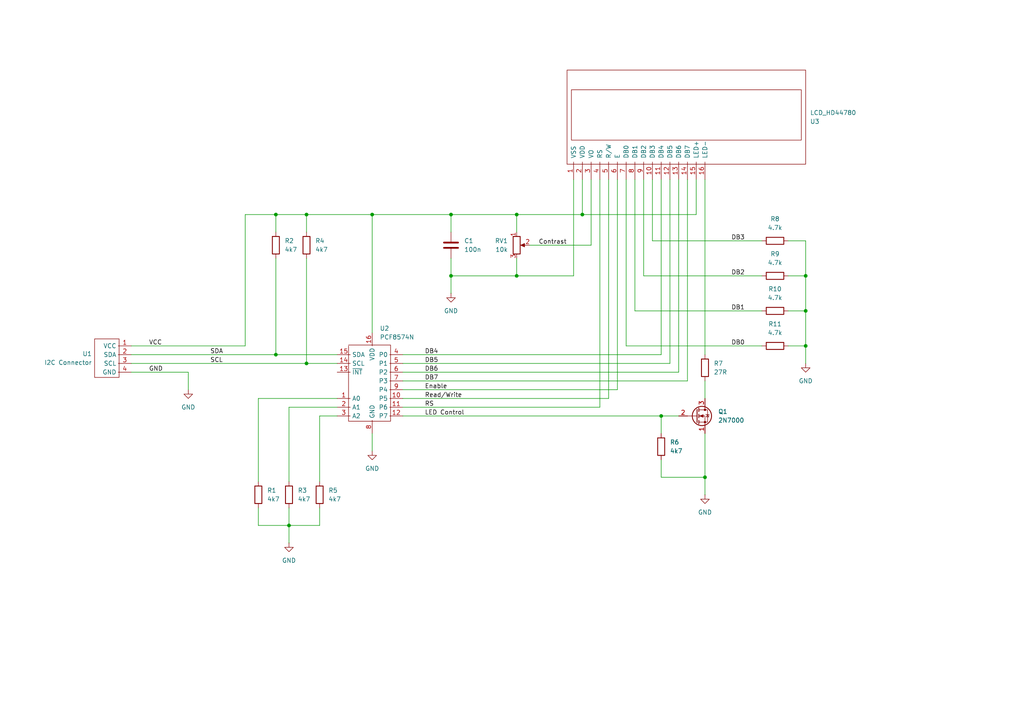
<source format=kicad_sch>
(kicad_sch (version 20231120) (generator "eeschema") (generator_version "8.0")
  (paper "A4")
  (lib_symbols
    (symbol "Device:C" (pin_numbers hide) (pin_names (offset 0.254))
      (property "Reference" "C" (at 0.635 2.54 0))
      (property "Value" "C" (at 0.635 -2.54 0))
      (symbol "C_0_1"
        (polyline (pts (xy -2.032 -0.762) (xy 2.032 -0.762)) (stroke (width 0.508)))
        (polyline (pts (xy -2.032 0.762) (xy 2.032 0.762)) (stroke (width 0.508)))
      )
      (symbol "C_1_1"
        (pin passive line (at 0 3.81 270) (length 2.794) (name "~") (number "1"))
        (pin passive line (at 0 -3.81 90) (length 2.794) (name "~") (number "2"))
      )
    )
    (symbol "Device:R" (pin_numbers hide) (pin_names (offset 0))
      (property "Reference" "R" (at 2.032 0 90))
      (property "Value" "R" (at 0 0 90))
      (symbol "R_0_1"
        (rectangle (start -1.016 -2.54) (end 1.016 2.54) (stroke (width 0.254)))
      )
      (symbol "R_1_1"
        (pin passive line (at 0 3.81 270) (length 1.27) (name "~") (number "1"))
        (pin passive line (at 0 -3.81 90) (length 1.27) (name "~") (number "2"))
      )
    )
    (symbol "Device:R_Potentiometer" (pin_names (offset 1.016) hide)
      (property "Reference" "RV" (at -4.445 0 90))
      (property "Value" "R_Potentiometer" (at -2.54 0 90))
      (symbol "R_Potentiometer_0_1"
        (polyline (pts (xy 2.54 0) (xy 1.524 0)))
        (polyline (pts (xy 1.143 0) (xy 2.286 0.508) (xy 2.286 -0.508) (xy 1.143 0)) (fill (type outline)))
        (rectangle (start 1.016 2.54) (end -1.016 -2.54) (stroke (width 0.254)))
      )
      (symbol "R_Potentiometer_1_1"
        (pin passive line (at 0 3.81 270) (length 1.27) (name "1") (number "1"))
        (pin passive line (at 3.81 0 180) (length 1.27) (name "2") (number "2"))
        (pin passive line (at 0 -3.81 90) (length 1.27) (name "3") (number "3"))
      )
    )
    (symbol "My_Headers:LCD_HD44780" (pin_names (offset 1.016))
      (property "Reference" "U" (at 54.61 -2.54 0))
      (property "Value" "LCD_HD44780" (at 6.35 -33.655 0))
      (symbol "LCD_HD44780_0_1"
        (rectangle (start -0.635 -11.43) (end 66.04 -26.035))
        (polyline (pts (xy -1.905 -4.445) (xy 67.31 -4.445) (xy 67.31 -31.75) (xy -1.905 -31.75) (xy -1.905 -4.445)))
      )
      (symbol "LCD_HD44780_1_1"
        (pin input line (at 0 0 270) (length 5.08) (name "VSS") (number "1"))
        (pin input line (at 22.86 0 270) (length 5.08) (name "DB3") (number "10"))
        (pin input line (at 25.4 0 270) (length 5.08) (name "DB4") (number "11"))
        (pin input line (at 27.94 0 270) (length 5.08) (name "DB5") (number "12"))
        (pin input line (at 30.48 0 270) (length 5.08) (name "DB6") (number "13"))
        (pin input line (at 33.02 0 270) (length 5.08) (name "DB7") (number "14"))
        (pin input line (at 35.56 0 270) (length 5.08) (name "LED+") (number "15"))
        (pin input line (at 38.1 0 270) (length 5.08) (name "LED-") (number "16"))
        (pin input line (at 2.54 0 270) (length 5.08) (name "VDD") (number "2"))
        (pin input line (at 5.08 0 270) (length 5.08) (name "VO") (number "3"))
        (pin input line (at 7.62 0 270) (length 5.08) (name "RS") (number "4"))
        (pin input line (at 10.16 0 270) (length 5.08) (name "R/W") (number "5"))
        (pin input line (at 12.7 0 270) (length 5.08) (name "E") (number "6"))
        (pin input line (at 15.24 0 270) (length 5.08) (name "DB0") (number "7"))
        (pin input line (at 17.78 0 270) (length 5.08) (name "DB1") (number "8"))
        (pin input line (at 20.32 0 270) (length 5.08) (name "DB2") (number "9"))
      )
    )
    (symbol "My_Parts:4-pin_I2C_Connector"
      (property "Reference" "U" (at 4.318 3.302 0))
      (property "Value" "I2C Connector" (at 10.16 -10.668 0))
      (symbol "4-pin_I2C_Connector_0_1"
        (polyline (pts (xy 3.556 2.032) (xy 10.668 2.032) (xy 10.668 -9.144) (xy 3.556 -9.144) (xy 3.556 2.032)))
      )
      (symbol "4-pin_I2C_Connector_1_1"
        (pin bidirectional line (at 0 0 0) (length 3.81) (name "VCC") (number "1"))
        (pin bidirectional line (at 0 -2.54 0) (length 3.81) (name "SDA") (number "2"))
        (pin bidirectional line (at 0 -5.08 0) (length 3.81) (name "SCL") (number "3"))
        (pin bidirectional line (at 0 -7.62 0) (length 3.81) (name "GND") (number "4"))
      )
    )
    (symbol "My_Parts:PCF8574N"
      (property "Reference" "U" (at 3.048 4.572 0))
      (property "Value" "PCF8574N" (at 18.542 4.318 0))
      (symbol "PCF8574N_0_1"
        (polyline (pts (xy 3.302 2.794) (xy 15.494 2.794) (xy 15.494 -19.304) (xy 3.302 -19.304) (xy 3.302 2.54)))
      )
      (symbol "PCF8574N_1_1"
        (pin input line (at 0 -12.7 0) (length 3.81) (name "A0") (number "1"))
        (pin bidirectional line (at 19.05 -12.7 180) (length 3.81) (name "P5") (number "10"))
        (pin bidirectional line (at 19.05 -15.24 180) (length 3.81) (name "P6") (number "11"))
        (pin bidirectional line (at 19.05 -17.78 180) (length 3.81) (name "P7") (number "12"))
        (pin open_collector line (at 0 -5.08 0) (length 3.81) (name "~{INT}") (number "13"))
        (pin input line (at 0 -2.54 0) (length 3.81) (name "SCL") (number "14"))
        (pin bidirectional line (at 0 0 0) (length 3.81) (name "SDA") (number "15"))
        (pin power_out line (at 10.16 6.35 270) (length 3.81) (name "VDD") (number "16"))
        (pin input line (at 0 -15.24 0) (length 3.81) (name "A1") (number "2"))
        (pin input line (at 0 -17.78 0) (length 3.81) (name "A2") (number "3"))
        (pin bidirectional line (at 19.05 0 180) (length 3.81) (name "P0") (number "4"))
        (pin bidirectional line (at 19.05 -2.54 180) (length 3.81) (name "P1") (number "5"))
        (pin bidirectional line (at 19.05 -5.08 180) (length 3.81) (name "P2") (number "6"))
        (pin bidirectional line (at 19.05 -7.62 180) (length 3.81) (name "P3") (number "7"))
        (pin power_out line (at 10.16 -22.86 90) (length 3.81) (name "GND") (number "8"))
        (pin bidirectional line (at 19.05 -10.16 180) (length 3.81) (name "P4") (number "9"))
      )
    )
    (symbol "Transistor_FET:2N7000" (pin_names hide)
      (property "Reference" "Q" (at 5.08 1.905 0))
      (property "Value" "2N7000" (at 5.08 0 0))
      (symbol "2N7000_0_1"
        (polyline (pts (xy 0.254 0) (xy -2.54 0)))
        (polyline (pts (xy 0.254 1.905) (xy 0.254 -1.905)) (stroke (width 0.254)))
        (polyline (pts (xy 0.762 -1.27) (xy 0.762 -2.286)) (stroke (width 0.254)))
        (polyline (pts (xy 0.762 0.508) (xy 0.762 -0.508)) (stroke (width 0.254)))
        (polyline (pts (xy 0.762 2.286) (xy 0.762 1.27)) (stroke (width 0.254)))
        (polyline (pts (xy 2.54 2.54) (xy 2.54 1.778)))
        (polyline (pts (xy 2.54 -2.54) (xy 2.54 0) (xy 0.762 0)))
        (polyline (pts (xy 0.762 -1.778) (xy 3.302 -1.778) (xy 3.302 1.778) (xy 0.762 1.778)))
        (polyline (pts (xy 1.016 0) (xy 2.032 0.381) (xy 2.032 -0.381) (xy 1.016 0)) (fill (type outline)))
        (polyline (pts (xy 2.794 0.508) (xy 2.921 0.381) (xy 3.683 0.381) (xy 3.81 0.254)))
        (polyline (pts (xy 3.302 0.381) (xy 2.921 -0.254) (xy 3.683 -0.254) (xy 3.302 0.381)))
        (circle (center 1.651 0) (radius 2.794) (stroke (width 0.254)))
        (circle (center 2.54 -1.778) (radius 0.254) (fill (type outline)))
        (circle (center 2.54 1.778) (radius 0.254) (fill (type outline)))
      )
      (symbol "2N7000_1_1"
        (pin passive line (at 2.54 -5.08 90) (length 2.54) (name "S") (number "1"))
        (pin input line (at -5.08 0 0) (length 2.54) (name "G") (number "2"))
        (pin passive line (at 2.54 5.08 270) (length 2.54) (name "D") (number "3"))
      )
    )
    (symbol "power:GND" (power) (pin_numbers hide) (pin_names (offset 0) hide)
      (property "Value" "GND" (at 0 -3.81 0))
      (symbol "GND_0_1"
        (polyline (pts (xy 0 0) (xy 0 -1.27) (xy 1.27 -1.27) (xy 0 -2.54) (xy -1.27 -1.27) (xy 0 -1.27)))
      )
      (symbol "GND_1_1"
        (pin power_in line (at 0 0 270) (length 0) (name "~") (number "1"))
      )
    )
  )
  (junction (at 168.91 62.23))
  (junction (at 233.68 80.01))
  (junction (at 149.86 80.01))
  (junction (at 80.01 62.23))
  (junction (at 204.47 138.43))
  (junction (at 149.86 62.23))
  (junction (at 107.95 62.23))
  (junction (at 233.68 100.33))
  (junction (at 80.01 102.87))
  (junction (at 191.77 120.65))
  (junction (at 83.82 152.4))
  (junction (at 88.9 105.41))
  (junction (at 130.81 80.01))
  (junction (at 130.81 62.23))
  (junction (at 88.9 62.23))
  (junction (at 233.68 90.17))
  (wire (pts (xy 228.6 69.85) (xy 233.68 69.85)))
  (wire (pts (xy 38.1 105.41) (xy 88.9 105.41)))
  (wire (pts (xy 199.39 52.07) (xy 199.39 110.49)))
  (wire (pts (xy 97.79 120.65) (xy 92.71 120.65)))
  (wire (pts (xy 220.98 100.33) (xy 181.61 100.33)))
  (wire (pts (xy 130.81 62.23) (xy 149.86 62.23)))
  (wire (pts (xy 107.95 62.23) (xy 88.9 62.23)))
  (wire (pts (xy 38.1 107.95) (xy 54.61 107.95)))
  (wire (pts (xy 80.01 62.23) (xy 88.9 62.23)))
  (wire (pts (xy 233.68 100.33) (xy 233.68 105.41)))
  (wire (pts (xy 97.79 115.57) (xy 74.93 115.57)))
  (wire (pts (xy 204.47 125.73) (xy 204.47 138.43)))
  (wire (pts (xy 191.77 120.65) (xy 191.77 125.73)))
  (wire (pts (xy 38.1 102.87) (xy 80.01 102.87)))
  (wire (pts (xy 201.93 62.23) (xy 168.91 62.23)))
  (wire (pts (xy 168.91 52.07) (xy 168.91 62.23)))
  (wire (pts (xy 171.45 71.12) (xy 153.67 71.12)))
  (wire (pts (xy 228.6 80.01) (xy 233.68 80.01)))
  (wire (pts (xy 130.81 67.31) (xy 130.81 62.23)))
  (wire (pts (xy 233.68 80.01) (xy 233.68 90.17)))
  (wire (pts (xy 149.86 80.01) (xy 166.37 80.01)))
  (wire (pts (xy 107.95 62.23) (xy 107.95 96.52)))
  (wire (pts (xy 191.77 102.87) (xy 116.84 102.87)))
  (wire (pts (xy 196.85 52.07) (xy 196.85 107.95)))
  (wire (pts (xy 184.15 90.17) (xy 184.15 52.07)))
  (wire (pts (xy 191.77 138.43) (xy 204.47 138.43)))
  (wire (pts (xy 179.07 113.03) (xy 116.84 113.03)))
  (wire (pts (xy 179.07 52.07) (xy 179.07 113.03)))
  (wire (pts (xy 199.39 110.49) (xy 116.84 110.49)))
  (wire (pts (xy 228.6 90.17) (xy 233.68 90.17)))
  (wire (pts (xy 196.85 120.65) (xy 191.77 120.65)))
  (wire (pts (xy 191.77 52.07) (xy 191.77 102.87)))
  (wire (pts (xy 220.98 69.85) (xy 189.23 69.85)))
  (wire (pts (xy 204.47 138.43) (xy 204.47 143.51)))
  (wire (pts (xy 71.12 62.23) (xy 80.01 62.23)))
  (wire (pts (xy 38.1 100.33) (xy 71.12 100.33)))
  (wire (pts (xy 88.9 105.41) (xy 97.79 105.41)))
  (wire (pts (xy 130.81 80.01) (xy 130.81 85.09)))
  (wire (pts (xy 201.93 52.07) (xy 201.93 62.23)))
  (wire (pts (xy 149.86 74.93) (xy 149.86 80.01)))
  (wire (pts (xy 80.01 102.87) (xy 97.79 102.87)))
  (wire (pts (xy 204.47 52.07) (xy 204.47 102.87)))
  (wire (pts (xy 233.68 69.85) (xy 233.68 80.01)))
  (wire (pts (xy 220.98 80.01) (xy 186.69 80.01)))
  (wire (pts (xy 181.61 100.33) (xy 181.61 52.07)))
  (wire (pts (xy 74.93 147.32) (xy 74.93 152.4)))
  (wire (pts (xy 233.68 100.33) (xy 228.6 100.33)))
  (wire (pts (xy 83.82 152.4) (xy 92.71 152.4)))
  (wire (pts (xy 186.69 80.01) (xy 186.69 52.07)))
  (wire (pts (xy 220.98 90.17) (xy 184.15 90.17)))
  (wire (pts (xy 168.91 62.23) (xy 149.86 62.23)))
  (wire (pts (xy 196.85 107.95) (xy 116.84 107.95)))
  (wire (pts (xy 176.53 52.07) (xy 176.53 115.57)))
  (wire (pts (xy 88.9 62.23) (xy 88.9 67.31)))
  (wire (pts (xy 130.81 74.93) (xy 130.81 80.01)))
  (wire (pts (xy 92.71 147.32) (xy 92.71 152.4)))
  (wire (pts (xy 116.84 120.65) (xy 191.77 120.65)))
  (wire (pts (xy 130.81 80.01) (xy 149.86 80.01)))
  (wire (pts (xy 88.9 74.93) (xy 88.9 105.41)))
  (wire (pts (xy 97.79 118.11) (xy 83.82 118.11)))
  (wire (pts (xy 176.53 115.57) (xy 116.84 115.57)))
  (wire (pts (xy 149.86 67.31) (xy 149.86 62.23)))
  (wire (pts (xy 74.93 152.4) (xy 83.82 152.4)))
  (wire (pts (xy 166.37 52.07) (xy 166.37 80.01)))
  (wire (pts (xy 71.12 62.23) (xy 71.12 100.33)))
  (wire (pts (xy 173.99 52.07) (xy 173.99 118.11)))
  (wire (pts (xy 107.95 125.73) (xy 107.95 130.81)))
  (wire (pts (xy 80.01 67.31) (xy 80.01 62.23)))
  (wire (pts (xy 173.99 118.11) (xy 116.84 118.11)))
  (wire (pts (xy 92.71 120.65) (xy 92.71 139.7)))
  (wire (pts (xy 194.31 52.07) (xy 194.31 105.41)))
  (wire (pts (xy 191.77 133.35) (xy 191.77 138.43)))
  (wire (pts (xy 83.82 147.32) (xy 83.82 152.4)))
  (wire (pts (xy 194.31 105.41) (xy 116.84 105.41)))
  (wire (pts (xy 171.45 52.07) (xy 171.45 71.12)))
  (wire (pts (xy 74.93 115.57) (xy 74.93 139.7)))
  (wire (pts (xy 83.82 152.4) (xy 83.82 157.48)))
  (wire (pts (xy 233.68 90.17) (xy 233.68 100.33)))
  (wire (pts (xy 189.23 69.85) (xy 189.23 52.07)))
  (wire (pts (xy 204.47 110.49) (xy 204.47 115.57)))
  (wire (pts (xy 54.61 107.95) (xy 54.61 113.03)))
  (wire (pts (xy 83.82 118.11) (xy 83.82 139.7)))
  (wire (pts (xy 130.81 62.23) (xy 107.95 62.23)))
  (wire (pts (xy 80.01 74.93) (xy 80.01 102.87)))
  (label "DB5" (at 123.19 105.41 0))
  (label "SCL" (at 60.96 105.41 0))
  (label "Read{slash}Write" (at 123.19 115.57 0))
  (label "DB3" (at 212.09 69.85 0))
  (label "RS" (at 123.19 118.11 0))
  (label "DB4" (at 123.19 102.87 0))
  (label "VCC" (at 43.18 100.33 0))
  (label "Contrast" (at 156.21 71.12 0))
  (label "GND" (at 43.18 107.95 0))
  (label "DB6" (at 123.19 107.95 0))
  (label "DB0" (at 212.09 100.33 0))
  (label "DB7" (at 123.19 110.49 0))
  (label "DB2" (at 212.09 80.01 0))
  (label "LED Control" (at 123.19 120.65 0))
  (label "DB1" (at 212.09 90.17 0))
  (label "Enable" (at 123.19 113.03 0))
  (label "SDA" (at 60.96 102.87 0))
  (symbol (lib_id "Device:C") (at 130.81 71.12 0) (unit 1)
    (property "Reference" "C1" (at 134.62 69.8499 0) (effects (justify left)))
    (property "Value" "100n" (at 134.62 72.3899 0) (effects (justify left)))
    (property "Footprint" "My_Misc:C_Disc_D3.0mm_W1.6mm_P2.50mm_larg" (effects (hide yes)))
    (property "Description" "Unpolarized capacitor" (effects (hide yes)))
  )
  (symbol (lib_id "power:GND") (at 204.47 143.51 0) (unit 1)
    (property "Reference" "#PWR05" (effects (hide yes)))
    (property "Value" "GND" (at 204.47 148.59 0))
    (property "Description" "Power symbol creates a global label with name \"GND\" , ground" (effects (hide yes)))
  )
  (symbol (lib_id "Device:R") (at 224.79 80.01 90) (unit 1)
    (property "Reference" "R9" (at 224.79 73.66 90))
    (property "Value" "4.7k" (at 224.79 76.2 90))
    (property "Footprint" "My_Misc:R_Axial_DIN0207_L6.3mm_D2.5mm_P10.16mm_Horizontal_large" (effects (hide yes)))
    (property "Description" "Resistor" (effects (hide yes)))
  )
  (symbol (lib_id "Device:R_Potentiometer") (at 149.86 71.12 0) (unit 1)
    (property "Reference" "RV1" (at 147.32 69.8499 0) (effects (justify right)))
    (property "Value" "10k" (at 147.32 72.3899 0) (effects (justify right)))
    (property "Footprint" "My_Misc:Potentiometer_Piher_PT-6-V_Vertical_larger_pads" (effects (hide yes)))
    (property "Description" "Potentiometer" (effects (hide yes)))
  )
  (symbol (lib_id "My_Headers:LCD_HD44780") (at 166.37 52.07 0) (mirror x) (unit 1)
    (property "Reference" "U3" (at 234.95 35.2426 0) (effects (justify left)))
    (property "Value" "LCD_HD44780" (at 234.95 32.7026 0) (effects (justify left)))
    (property "Footprint" "My_Parts:LCD_HD44780_16x2_w_headers_large" (effects (hide yes)))
  )
  (symbol (lib_id "Device:R") (at 224.79 69.85 90) (unit 1)
    (property "Reference" "R8" (at 224.79 63.5 90))
    (property "Value" "4.7k" (at 224.79 66.04 90))
    (property "Footprint" "My_Misc:R_Axial_DIN0207_L6.3mm_D2.5mm_P10.16mm_Horizontal_large" (effects (hide yes)))
    (property "Description" "Resistor" (effects (hide yes)))
  )
  (symbol (lib_id "power:GND") (at 54.61 113.03 0) (unit 1)
    (property "Reference" "#PWR01" (effects (hide yes)))
    (property "Value" "GND" (at 54.61 118.11 0))
    (property "Description" "Power symbol creates a global label with name \"GND\" , ground" (effects (hide yes)))
  )
  (symbol (lib_id "Device:R") (at 83.82 143.51 0) (unit 1)
    (property "Reference" "R3" (at 86.36 142.2399 0) (effects (justify left)))
    (property "Value" "4k7" (at 86.36 144.7799 0) (effects (justify left)))
    (property "Footprint" "My_Misc:R_Axial_DIN0207_L6.3mm_D2.5mm_P10.16mm_Horizontal_large" (effects (hide yes)))
    (property "Description" "Resistor" (effects (hide yes)))
  )
  (symbol (lib_id "power:GND") (at 233.68 105.41 0) (unit 1)
    (property "Reference" "#PWR06" (effects (hide yes)))
    (property "Value" "GND" (at 233.68 110.49 0))
    (property "Description" "Power symbol creates a global label with name \"GND\" , ground" (effects (hide yes)))
  )
  (symbol (lib_id "power:GND") (at 83.82 157.48 0) (unit 1)
    (property "Reference" "#PWR02" (effects (hide yes)))
    (property "Value" "GND" (at 83.82 162.56 0))
    (property "Description" "Power symbol creates a global label with name \"GND\" , ground" (effects (hide yes)))
  )
  (symbol (lib_id "Device:R") (at 80.01 71.12 0) (unit 1)
    (property "Reference" "R2" (at 82.55 69.8499 0) (effects (justify left)))
    (property "Value" "4k7" (at 82.55 72.3899 0) (effects (justify left)))
    (property "Footprint" "My_Misc:R_Axial_DIN0207_L6.3mm_D2.5mm_P10.16mm_Horizontal_large" (effects (hide yes)))
    (property "Description" "Resistor" (effects (hide yes)))
  )
  (symbol (lib_id "Transistor_FET:2N7000") (at 201.93 120.65 0) (unit 1)
    (property "Reference" "Q1" (at 208.28 119.3799 0) (effects (justify left)))
    (property "Value" "2N7000" (at 208.28 121.9199 0) (effects (justify left)))
    (property "Footprint" "My_Misc:TO-92_Inline_Wide_large" (effects (hide yes)))
    (property "Datasheet" "https://www.vishay.com/docs/70226/70226.pdf" (effects (hide yes)))
    (property "Description" "0.2A Id, 200V Vds, N-Channel MOSFET, 2.6V Logic Level, TO-92" (effects (hide yes)))
  )
  (symbol (lib_id "Device:R") (at 204.47 106.68 0) (unit 1)
    (property "Reference" "R7" (at 207.01 105.4099 0) (effects (justify left)))
    (property "Value" "27R" (at 207.01 107.9499 0) (effects (justify left)))
    (property "Footprint" "My_Misc:R_Axial_DIN0207_L6.3mm_D2.5mm_P10.16mm_Horizontal_large" (effects (hide yes)))
    (property "Description" "Resistor" (effects (hide yes)))
  )
  (symbol (lib_id "Device:R") (at 74.93 143.51 0) (unit 1)
    (property "Reference" "R1" (at 77.47 142.2399 0) (effects (justify left)))
    (property "Value" "4k7" (at 77.47 144.7799 0) (effects (justify left)))
    (property "Footprint" "My_Misc:R_Axial_DIN0207_L6.3mm_D2.5mm_P10.16mm_Horizontal_large" (effects (hide yes)))
    (property "Description" "Resistor" (effects (hide yes)))
  )
  (symbol (lib_id "My_Parts:4-pin_I2C_Connector") (at 38.1 100.33 0) (mirror y) (unit 1)
    (property "Reference" "U1" (at 26.67 102.6159 0) (effects (justify left)))
    (property "Value" "I2C Connector" (at 26.67 105.1559 0) (effects (justify left)))
    (property "Footprint" "My_Headers:4-pin JST I2C" (effects (hide yes)))
  )
  (symbol (lib_id "Device:R") (at 191.77 129.54 0) (unit 1)
    (property "Reference" "R6" (at 194.31 128.2699 0) (effects (justify left)))
    (property "Value" "4k7" (at 194.31 130.8099 0) (effects (justify left)))
    (property "Footprint" "My_Misc:R_Axial_DIN0207_L6.3mm_D2.5mm_P10.16mm_Horizontal_large" (effects (hide yes)))
    (property "Description" "Resistor" (effects (hide yes)))
  )
  (symbol (lib_id "Device:R") (at 224.79 100.33 90) (unit 1)
    (property "Reference" "R11" (at 224.79 93.98 90))
    (property "Value" "4.7k" (at 224.79 96.52 90))
    (property "Footprint" "My_Misc:R_Axial_DIN0207_L6.3mm_D2.5mm_P10.16mm_Horizontal_large" (effects (hide yes)))
    (property "Description" "Resistor" (effects (hide yes)))
  )
  (symbol (lib_id "Device:R") (at 92.71 143.51 0) (unit 1)
    (property "Reference" "R5" (at 95.25 142.2399 0) (effects (justify left)))
    (property "Value" "4k7" (at 95.25 144.7799 0) (effects (justify left)))
    (property "Footprint" "My_Misc:R_Axial_DIN0207_L6.3mm_D2.5mm_P10.16mm_Horizontal_large" (effects (hide yes)))
    (property "Description" "Resistor" (effects (hide yes)))
  )
  (symbol (lib_id "power:GND") (at 107.95 130.81 0) (unit 1)
    (property "Reference" "#PWR03" (effects (hide yes)))
    (property "Value" "GND" (at 107.95 135.89 0))
    (property "Description" "Power symbol creates a global label with name \"GND\" , ground" (effects (hide yes)))
  )
  (symbol (lib_id "Device:R") (at 224.79 90.17 90) (unit 1)
    (property "Reference" "R10" (at 224.79 83.82 90))
    (property "Value" "4.7k" (at 224.79 86.36 90))
    (property "Footprint" "My_Misc:R_Axial_DIN0207_L6.3mm_D2.5mm_P10.16mm_Horizontal_large" (effects (hide yes)))
    (property "Description" "Resistor" (effects (hide yes)))
  )
  (symbol (lib_id "power:GND") (at 130.81 85.09 0) (unit 1)
    (property "Reference" "#PWR04" (effects (hide yes)))
    (property "Value" "GND" (at 130.81 90.17 0))
    (property "Description" "Power symbol creates a global label with name \"GND\" , ground" (effects (hide yes)))
  )
  (symbol (lib_id "Device:R") (at 88.9 71.12 0) (unit 1)
    (property "Reference" "R4" (at 91.44 69.8499 0) (effects (justify left)))
    (property "Value" "4k7" (at 91.44 72.3899 0) (effects (justify left)))
    (property "Footprint" "My_Misc:R_Axial_DIN0207_L6.3mm_D2.5mm_P10.16mm_Horizontal_large" (effects (hide yes)))
    (property "Description" "Resistor" (effects (hide yes)))
  )
  (symbol (lib_id "My_Parts:PCF8574N") (at 97.79 102.87 0) (unit 1)
    (property "Reference" "U2" (at 110.1441 95.25 0) (effects (justify left)))
    (property "Value" "PCF8574N" (at 110.1441 97.79 0) (effects (justify left)))
    (property "Footprint" "My_Misc:DIP-16_W7.62mm_w socket" (effects (hide yes)))
    (property "Datasheet" "https://www.electrokit.com/upload/product/40358/40358574/40358574.pdf" (effects (hide yes)))
    (property "Description" "DIP-16 I2C I/O Bus Expander, electrokit #40358574" (effects (hide yes)))
  )
)
</source>
